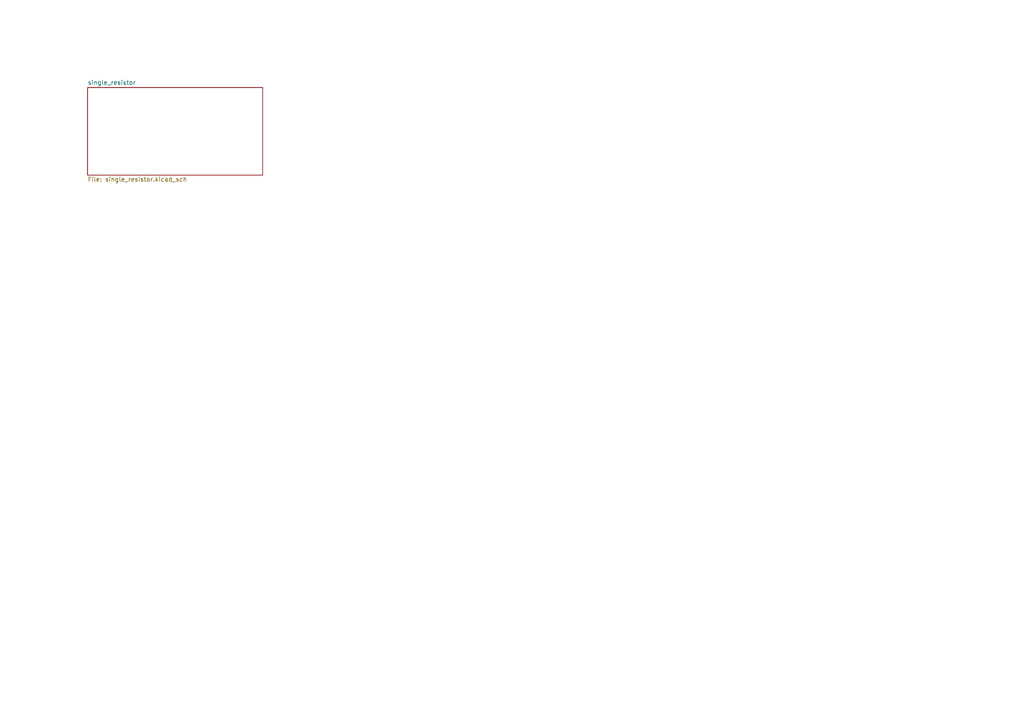
<source format=kicad_sch>
(kicad_sch (version 20250114) (generator "kicad_api")
  (paper "A4")
  (lib_symbols)
  (sheet (at 25.4 25.4) (size 50.8 25.4) (stroke (width 0.1524))
    (property "Sheet name" "single_resistor" (at 25.4 24.6884 0) (effects (justify left bottom)))
    (property "Sheet file" "single_resistor.kicad_sch" (at 25.4 51.2846 0) (effects (justify left top)))
  )
)
</source>
